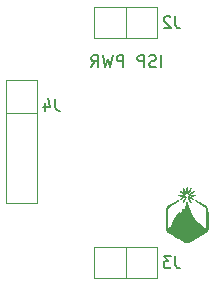
<source format=gbr>
%TF.GenerationSoftware,KiCad,Pcbnew,(5.1.8)-1*%
%TF.CreationDate,2021-11-16T13:30:18-08:00*%
%TF.ProjectId,ISPwPower,49535077-506f-4776-9572-2e6b69636164,rev?*%
%TF.SameCoordinates,Original*%
%TF.FileFunction,Legend,Bot*%
%TF.FilePolarity,Positive*%
%FSLAX46Y46*%
G04 Gerber Fmt 4.6, Leading zero omitted, Abs format (unit mm)*
G04 Created by KiCad (PCBNEW (5.1.8)-1) date 2021-11-16 13:30:18*
%MOMM*%
%LPD*%
G01*
G04 APERTURE LIST*
%ADD10C,0.150000*%
%ADD11C,0.010000*%
%ADD12C,0.120000*%
G04 APERTURE END LIST*
D10*
X161678571Y-93924380D02*
X161678571Y-92924380D01*
X161250000Y-93876761D02*
X161107142Y-93924380D01*
X160869047Y-93924380D01*
X160773809Y-93876761D01*
X160726190Y-93829142D01*
X160678571Y-93733904D01*
X160678571Y-93638666D01*
X160726190Y-93543428D01*
X160773809Y-93495809D01*
X160869047Y-93448190D01*
X161059523Y-93400571D01*
X161154761Y-93352952D01*
X161202380Y-93305333D01*
X161250000Y-93210095D01*
X161250000Y-93114857D01*
X161202380Y-93019619D01*
X161154761Y-92972000D01*
X161059523Y-92924380D01*
X160821428Y-92924380D01*
X160678571Y-92972000D01*
X160250000Y-93924380D02*
X160250000Y-92924380D01*
X159869047Y-92924380D01*
X159773809Y-92972000D01*
X159726190Y-93019619D01*
X159678571Y-93114857D01*
X159678571Y-93257714D01*
X159726190Y-93352952D01*
X159773809Y-93400571D01*
X159869047Y-93448190D01*
X160250000Y-93448190D01*
X158488095Y-93924380D02*
X158488095Y-92924380D01*
X158107142Y-92924380D01*
X158011904Y-92972000D01*
X157964285Y-93019619D01*
X157916666Y-93114857D01*
X157916666Y-93257714D01*
X157964285Y-93352952D01*
X158011904Y-93400571D01*
X158107142Y-93448190D01*
X158488095Y-93448190D01*
X157583333Y-92924380D02*
X157345238Y-93924380D01*
X157154761Y-93210095D01*
X156964285Y-93924380D01*
X156726190Y-92924380D01*
X155773809Y-93924380D02*
X156107142Y-93448190D01*
X156345238Y-93924380D02*
X156345238Y-92924380D01*
X155964285Y-92924380D01*
X155869047Y-92972000D01*
X155821428Y-93019619D01*
X155773809Y-93114857D01*
X155773809Y-93257714D01*
X155821428Y-93352952D01*
X155869047Y-93400571D01*
X155964285Y-93448190D01*
X156345238Y-93448190D01*
D11*
%TO.C,G\u002A\u002A\u002A*%
G36*
X163837022Y-104092940D02*
G01*
X163830334Y-104121859D01*
X163822421Y-104164408D01*
X163815464Y-104207749D01*
X163807081Y-104267973D01*
X163802941Y-104314388D01*
X163802965Y-104355870D01*
X163807076Y-104401296D01*
X163813387Y-104447318D01*
X163822498Y-104508880D01*
X163829019Y-104550666D01*
X163833695Y-104575746D01*
X163837270Y-104587192D01*
X163840491Y-104588075D01*
X163844102Y-104581468D01*
X163845270Y-104578727D01*
X163849818Y-104560332D01*
X163856131Y-104524893D01*
X163863219Y-104478288D01*
X163867513Y-104446792D01*
X163874258Y-104386716D01*
X163876636Y-104336404D01*
X163874567Y-104285896D01*
X163867973Y-104225228D01*
X163865597Y-104207223D01*
X163858177Y-104156806D01*
X163851017Y-104116129D01*
X163845012Y-104089839D01*
X163841526Y-104082272D01*
X163837022Y-104092940D01*
G37*
X163837022Y-104092940D02*
X163830334Y-104121859D01*
X163822421Y-104164408D01*
X163815464Y-104207749D01*
X163807081Y-104267973D01*
X163802941Y-104314388D01*
X163802965Y-104355870D01*
X163807076Y-104401296D01*
X163813387Y-104447318D01*
X163822498Y-104508880D01*
X163829019Y-104550666D01*
X163833695Y-104575746D01*
X163837270Y-104587192D01*
X163840491Y-104588075D01*
X163844102Y-104581468D01*
X163845270Y-104578727D01*
X163849818Y-104560332D01*
X163856131Y-104524893D01*
X163863219Y-104478288D01*
X163867513Y-104446792D01*
X163874258Y-104386716D01*
X163876636Y-104336404D01*
X163874567Y-104285896D01*
X163867973Y-104225228D01*
X163865597Y-104207223D01*
X163858177Y-104156806D01*
X163851017Y-104116129D01*
X163845012Y-104089839D01*
X163841526Y-104082272D01*
X163837022Y-104092940D01*
G36*
X163501644Y-104189879D02*
G01*
X163510557Y-104218918D01*
X163525084Y-104260167D01*
X163540173Y-104300002D01*
X163571571Y-104373140D01*
X163605737Y-104434929D01*
X163649223Y-104496799D01*
X163663576Y-104515206D01*
X163695435Y-104554983D01*
X163721737Y-104587019D01*
X163739400Y-104607612D01*
X163745272Y-104613363D01*
X163748541Y-104604163D01*
X163748596Y-104598931D01*
X163744220Y-104582575D01*
X163732921Y-104550273D01*
X163716638Y-104507401D01*
X163705036Y-104478231D01*
X163664604Y-104392488D01*
X163613261Y-104311537D01*
X163583615Y-104272155D01*
X163551659Y-104232518D01*
X163524974Y-104201334D01*
X163506626Y-104182064D01*
X163499863Y-104177651D01*
X163501644Y-104189879D01*
G37*
X163501644Y-104189879D02*
X163510557Y-104218918D01*
X163525084Y-104260167D01*
X163540173Y-104300002D01*
X163571571Y-104373140D01*
X163605737Y-104434929D01*
X163649223Y-104496799D01*
X163663576Y-104515206D01*
X163695435Y-104554983D01*
X163721737Y-104587019D01*
X163739400Y-104607612D01*
X163745272Y-104613363D01*
X163748541Y-104604163D01*
X163748596Y-104598931D01*
X163744220Y-104582575D01*
X163732921Y-104550273D01*
X163716638Y-104507401D01*
X163705036Y-104478231D01*
X163664604Y-104392488D01*
X163613261Y-104311537D01*
X163583615Y-104272155D01*
X163551659Y-104232518D01*
X163524974Y-104201334D01*
X163506626Y-104182064D01*
X163499863Y-104177651D01*
X163501644Y-104189879D01*
G36*
X164172976Y-104176549D02*
G01*
X164161812Y-104189149D01*
X164148574Y-104206297D01*
X164125283Y-104236419D01*
X164096024Y-104274231D01*
X164082063Y-104292265D01*
X164049026Y-104338309D01*
X164018867Y-104386232D01*
X163996820Y-104427546D01*
X163992585Y-104437345D01*
X163973564Y-104485262D01*
X163953339Y-104536202D01*
X163945623Y-104555636D01*
X163934491Y-104587397D01*
X163929979Y-104608364D01*
X163931612Y-104613363D01*
X163941837Y-104604771D01*
X163962809Y-104581457D01*
X163991342Y-104547112D01*
X164020147Y-104510735D01*
X164069810Y-104441916D01*
X164107721Y-104376739D01*
X164140104Y-104304347D01*
X164143736Y-104295116D01*
X164165792Y-104235632D01*
X164178052Y-104195840D01*
X164180464Y-104176044D01*
X164172976Y-104176549D01*
G37*
X164172976Y-104176549D02*
X164161812Y-104189149D01*
X164148574Y-104206297D01*
X164125283Y-104236419D01*
X164096024Y-104274231D01*
X164082063Y-104292265D01*
X164049026Y-104338309D01*
X164018867Y-104386232D01*
X163996820Y-104427546D01*
X163992585Y-104437345D01*
X163973564Y-104485262D01*
X163953339Y-104536202D01*
X163945623Y-104555636D01*
X163934491Y-104587397D01*
X163929979Y-104608364D01*
X163931612Y-104613363D01*
X163941837Y-104604771D01*
X163962809Y-104581457D01*
X163991342Y-104547112D01*
X164020147Y-104510735D01*
X164069810Y-104441916D01*
X164107721Y-104376739D01*
X164140104Y-104304347D01*
X164143736Y-104295116D01*
X164165792Y-104235632D01*
X164178052Y-104195840D01*
X164180464Y-104176044D01*
X164172976Y-104176549D01*
G36*
X163256552Y-104435139D02*
G01*
X163273249Y-104452823D01*
X163302635Y-104478952D01*
X163339908Y-104509274D01*
X163378883Y-104539117D01*
X163414051Y-104563677D01*
X163449834Y-104585265D01*
X163490659Y-104606194D01*
X163540947Y-104628775D01*
X163605125Y-104655320D01*
X163665477Y-104679396D01*
X163678486Y-104678906D01*
X163679884Y-104675212D01*
X163671350Y-104664377D01*
X163648316Y-104642910D01*
X163614607Y-104614231D01*
X163585506Y-104590748D01*
X163501512Y-104531556D01*
X163413974Y-104485758D01*
X163382383Y-104472407D01*
X163334646Y-104453888D01*
X163293638Y-104439250D01*
X163264873Y-104430393D01*
X163255412Y-104428636D01*
X163256552Y-104435139D01*
G37*
X163256552Y-104435139D02*
X163273249Y-104452823D01*
X163302635Y-104478952D01*
X163339908Y-104509274D01*
X163378883Y-104539117D01*
X163414051Y-104563677D01*
X163449834Y-104585265D01*
X163490659Y-104606194D01*
X163540947Y-104628775D01*
X163605125Y-104655320D01*
X163665477Y-104679396D01*
X163678486Y-104678906D01*
X163679884Y-104675212D01*
X163671350Y-104664377D01*
X163648316Y-104642910D01*
X163614607Y-104614231D01*
X163585506Y-104590748D01*
X163501512Y-104531556D01*
X163413974Y-104485758D01*
X163382383Y-104472407D01*
X163334646Y-104453888D01*
X163293638Y-104439250D01*
X163264873Y-104430393D01*
X163255412Y-104428636D01*
X163256552Y-104435139D01*
G36*
X164420469Y-104428284D02*
G01*
X164393606Y-104436152D01*
X164354002Y-104450390D01*
X164311031Y-104467472D01*
X164220959Y-104509510D01*
X164141004Y-104558446D01*
X164091667Y-104594897D01*
X164040768Y-104634972D01*
X164008033Y-104662276D01*
X163994013Y-104677503D01*
X163999259Y-104681347D01*
X164024322Y-104674505D01*
X164069753Y-104657670D01*
X164124409Y-104636176D01*
X164200593Y-104602592D01*
X164265665Y-104565223D01*
X164331406Y-104517254D01*
X164335113Y-104514302D01*
X164374318Y-104482086D01*
X164405688Y-104454607D01*
X164425443Y-104435283D01*
X164430363Y-104428179D01*
X164420469Y-104428284D01*
G37*
X164420469Y-104428284D02*
X164393606Y-104436152D01*
X164354002Y-104450390D01*
X164311031Y-104467472D01*
X164220959Y-104509510D01*
X164141004Y-104558446D01*
X164091667Y-104594897D01*
X164040768Y-104634972D01*
X164008033Y-104662276D01*
X163994013Y-104677503D01*
X163999259Y-104681347D01*
X164024322Y-104674505D01*
X164069753Y-104657670D01*
X164124409Y-104636176D01*
X164200593Y-104602592D01*
X164265665Y-104565223D01*
X164331406Y-104517254D01*
X164335113Y-104514302D01*
X164374318Y-104482086D01*
X164405688Y-104454607D01*
X164425443Y-104435283D01*
X164430363Y-104428179D01*
X164420469Y-104428284D01*
G36*
X163355136Y-104734215D02*
G01*
X163297711Y-104741077D01*
X163270732Y-104745015D01*
X163219601Y-104752980D01*
X163177672Y-104760037D01*
X163149734Y-104765346D01*
X163140567Y-104767857D01*
X163148902Y-104771349D01*
X163175035Y-104776781D01*
X163213826Y-104783406D01*
X163260138Y-104790482D01*
X163308833Y-104797263D01*
X163354774Y-104803006D01*
X163392821Y-104806967D01*
X163417838Y-104808401D01*
X163420136Y-104808352D01*
X163451704Y-104805707D01*
X163493931Y-104800522D01*
X163518272Y-104796948D01*
X163578228Y-104787401D01*
X163618283Y-104780508D01*
X163641364Y-104775448D01*
X163650398Y-104771399D01*
X163648312Y-104767538D01*
X163638440Y-104763199D01*
X163616637Y-104757712D01*
X163578477Y-104750720D01*
X163530540Y-104743372D01*
X163505667Y-104740015D01*
X163449891Y-104733880D01*
X163402788Y-104731881D01*
X163355136Y-104734215D01*
G37*
X163355136Y-104734215D02*
X163297711Y-104741077D01*
X163270732Y-104745015D01*
X163219601Y-104752980D01*
X163177672Y-104760037D01*
X163149734Y-104765346D01*
X163140567Y-104767857D01*
X163148902Y-104771349D01*
X163175035Y-104776781D01*
X163213826Y-104783406D01*
X163260138Y-104790482D01*
X163308833Y-104797263D01*
X163354774Y-104803006D01*
X163392821Y-104806967D01*
X163417838Y-104808401D01*
X163420136Y-104808352D01*
X163451704Y-104805707D01*
X163493931Y-104800522D01*
X163518272Y-104796948D01*
X163578228Y-104787401D01*
X163618283Y-104780508D01*
X163641364Y-104775448D01*
X163650398Y-104771399D01*
X163648312Y-104767538D01*
X163638440Y-104763199D01*
X163616637Y-104757712D01*
X163578477Y-104750720D01*
X163530540Y-104743372D01*
X163505667Y-104740015D01*
X163449891Y-104733880D01*
X163402788Y-104731881D01*
X163355136Y-104734215D01*
G36*
X164216968Y-104734773D02*
G01*
X164173120Y-104740181D01*
X164123485Y-104747560D01*
X164080552Y-104755020D01*
X164050939Y-104761368D01*
X164043722Y-104763543D01*
X164031736Y-104769888D01*
X164038367Y-104774705D01*
X164060909Y-104779282D01*
X164095347Y-104785161D01*
X164140356Y-104792858D01*
X164169825Y-104797902D01*
X164216309Y-104804718D01*
X164258390Y-104807591D01*
X164302855Y-104806333D01*
X164356487Y-104800760D01*
X164424591Y-104790914D01*
X164471844Y-104783375D01*
X164510651Y-104776779D01*
X164535167Y-104772139D01*
X164540045Y-104770936D01*
X164533980Y-104767851D01*
X164509001Y-104762276D01*
X164469055Y-104754989D01*
X164418087Y-104746768D01*
X164415444Y-104746365D01*
X164351749Y-104737341D01*
X164302751Y-104732536D01*
X164260479Y-104731748D01*
X164216968Y-104734773D01*
G37*
X164216968Y-104734773D02*
X164173120Y-104740181D01*
X164123485Y-104747560D01*
X164080552Y-104755020D01*
X164050939Y-104761368D01*
X164043722Y-104763543D01*
X164031736Y-104769888D01*
X164038367Y-104774705D01*
X164060909Y-104779282D01*
X164095347Y-104785161D01*
X164140356Y-104792858D01*
X164169825Y-104797902D01*
X164216309Y-104804718D01*
X164258390Y-104807591D01*
X164302855Y-104806333D01*
X164356487Y-104800760D01*
X164424591Y-104790914D01*
X164471844Y-104783375D01*
X164510651Y-104776779D01*
X164535167Y-104772139D01*
X164540045Y-104770936D01*
X164533980Y-104767851D01*
X164509001Y-104762276D01*
X164469055Y-104754989D01*
X164418087Y-104746768D01*
X164415444Y-104746365D01*
X164351749Y-104737341D01*
X164302751Y-104732536D01*
X164260479Y-104731748D01*
X164216968Y-104734773D01*
G36*
X163641784Y-104870850D02*
G01*
X163592731Y-104888610D01*
X163551067Y-104905358D01*
X163473713Y-104940484D01*
X163408287Y-104978260D01*
X163343925Y-105025069D01*
X163334583Y-105032543D01*
X163295147Y-105065750D01*
X163268848Y-105090795D01*
X163257672Y-105105640D01*
X163260232Y-105108862D01*
X163279679Y-105104175D01*
X163314540Y-105092349D01*
X163359042Y-105075428D01*
X163387516Y-105063867D01*
X163479593Y-105017776D01*
X163575532Y-104955523D01*
X163668633Y-104881479D01*
X163673366Y-104877304D01*
X163682707Y-104865058D01*
X163671978Y-104862953D01*
X163641784Y-104870850D01*
G37*
X163641784Y-104870850D02*
X163592731Y-104888610D01*
X163551067Y-104905358D01*
X163473713Y-104940484D01*
X163408287Y-104978260D01*
X163343925Y-105025069D01*
X163334583Y-105032543D01*
X163295147Y-105065750D01*
X163268848Y-105090795D01*
X163257672Y-105105640D01*
X163260232Y-105108862D01*
X163279679Y-105104175D01*
X163314540Y-105092349D01*
X163359042Y-105075428D01*
X163387516Y-105063867D01*
X163479593Y-105017776D01*
X163575532Y-104955523D01*
X163668633Y-104881479D01*
X163673366Y-104877304D01*
X163682707Y-104865058D01*
X163671978Y-104862953D01*
X163641784Y-104870850D01*
G36*
X164004270Y-104866793D02*
G01*
X164023715Y-104885873D01*
X164055043Y-104913116D01*
X164090755Y-104942186D01*
X164163323Y-104995223D01*
X164233315Y-105035816D01*
X164300584Y-105065997D01*
X164347685Y-105084406D01*
X164387370Y-105098905D01*
X164414412Y-105107641D01*
X164422806Y-105109348D01*
X164422992Y-105102582D01*
X164408579Y-105085873D01*
X164395727Y-105074112D01*
X164326545Y-105017254D01*
X164265161Y-104973513D01*
X164204459Y-104938377D01*
X164137320Y-104907335D01*
X164123780Y-104901743D01*
X164076147Y-104883027D01*
X164036296Y-104868608D01*
X164009112Y-104860181D01*
X163999924Y-104858828D01*
X164004270Y-104866793D01*
G37*
X164004270Y-104866793D02*
X164023715Y-104885873D01*
X164055043Y-104913116D01*
X164090755Y-104942186D01*
X164163323Y-104995223D01*
X164233315Y-105035816D01*
X164300584Y-105065997D01*
X164347685Y-105084406D01*
X164387370Y-105098905D01*
X164414412Y-105107641D01*
X164422806Y-105109348D01*
X164422992Y-105102582D01*
X164408579Y-105085873D01*
X164395727Y-105074112D01*
X164326545Y-105017254D01*
X164265161Y-104973513D01*
X164204459Y-104938377D01*
X164137320Y-104907335D01*
X164123780Y-104901743D01*
X164076147Y-104883027D01*
X164036296Y-104868608D01*
X164009112Y-104860181D01*
X163999924Y-104858828D01*
X164004270Y-104866793D01*
G36*
X163738409Y-104938296D02*
G01*
X163719254Y-104957370D01*
X163692007Y-104988410D01*
X163663539Y-105023294D01*
X163616947Y-105086036D01*
X163581605Y-105144456D01*
X163551305Y-105209347D01*
X163539300Y-105239290D01*
X163521428Y-105286861D01*
X163507845Y-105325912D01*
X163500083Y-105351837D01*
X163499104Y-105360043D01*
X163507683Y-105353505D01*
X163527352Y-105332138D01*
X163555083Y-105299384D01*
X163584207Y-105263297D01*
X163635171Y-105193894D01*
X163673900Y-105128204D01*
X163706472Y-105055876D01*
X163707367Y-105053622D01*
X163725082Y-105006979D01*
X163738445Y-104968071D01*
X163745778Y-104942019D01*
X163746503Y-104934372D01*
X163738409Y-104938296D01*
G37*
X163738409Y-104938296D02*
X163719254Y-104957370D01*
X163692007Y-104988410D01*
X163663539Y-105023294D01*
X163616947Y-105086036D01*
X163581605Y-105144456D01*
X163551305Y-105209347D01*
X163539300Y-105239290D01*
X163521428Y-105286861D01*
X163507845Y-105325912D01*
X163500083Y-105351837D01*
X163499104Y-105360043D01*
X163507683Y-105353505D01*
X163527352Y-105332138D01*
X163555083Y-105299384D01*
X163584207Y-105263297D01*
X163635171Y-105193894D01*
X163673900Y-105128204D01*
X163706472Y-105055876D01*
X163707367Y-105053622D01*
X163725082Y-105006979D01*
X163738445Y-104968071D01*
X163745778Y-104942019D01*
X163746503Y-104934372D01*
X163738409Y-104938296D01*
G36*
X163930480Y-104934268D02*
G01*
X163936348Y-104957305D01*
X163945212Y-104981775D01*
X163964070Y-105029308D01*
X163984626Y-105081168D01*
X163992544Y-105101159D01*
X164023021Y-105161773D01*
X164070302Y-105231245D01*
X164135586Y-105311307D01*
X164146275Y-105323511D01*
X164168742Y-105347473D01*
X164183720Y-105360600D01*
X164187428Y-105361163D01*
X164183587Y-105347605D01*
X164172815Y-105317418D01*
X164156866Y-105275367D01*
X164141462Y-105236153D01*
X164108651Y-105161592D01*
X164072882Y-105098621D01*
X164027640Y-105036014D01*
X164019034Y-105025216D01*
X163986619Y-104985795D01*
X163958929Y-104953658D01*
X163939466Y-104932780D01*
X163932466Y-104926934D01*
X163930480Y-104934268D01*
G37*
X163930480Y-104934268D02*
X163936348Y-104957305D01*
X163945212Y-104981775D01*
X163964070Y-105029308D01*
X163984626Y-105081168D01*
X163992544Y-105101159D01*
X164023021Y-105161773D01*
X164070302Y-105231245D01*
X164135586Y-105311307D01*
X164146275Y-105323511D01*
X164168742Y-105347473D01*
X164183720Y-105360600D01*
X164187428Y-105361163D01*
X164183587Y-105347605D01*
X164172815Y-105317418D01*
X164156866Y-105275367D01*
X164141462Y-105236153D01*
X164108651Y-105161592D01*
X164072882Y-105098621D01*
X164027640Y-105036014D01*
X164019034Y-105025216D01*
X163986619Y-104985795D01*
X163958929Y-104953658D01*
X163939466Y-104932780D01*
X163932466Y-104926934D01*
X163930480Y-104934268D01*
G36*
X164592353Y-105210123D02*
G01*
X164592350Y-105210840D01*
X164601876Y-105222149D01*
X164628237Y-105243988D01*
X164668767Y-105274518D01*
X164720803Y-105311901D01*
X164781678Y-105354301D01*
X164848729Y-105399878D01*
X164919289Y-105446796D01*
X164990695Y-105493216D01*
X165060280Y-105537300D01*
X165111171Y-105568635D01*
X165199246Y-105622839D01*
X165269623Y-105668258D01*
X165324933Y-105707053D01*
X165367809Y-105741387D01*
X165400884Y-105773423D01*
X165426790Y-105805322D01*
X165448158Y-105839248D01*
X165454244Y-105850461D01*
X165486772Y-105912227D01*
X165486058Y-106737727D01*
X165485825Y-106874528D01*
X165485380Y-107005148D01*
X165484744Y-107127661D01*
X165483937Y-107240142D01*
X165482979Y-107340664D01*
X165481892Y-107427302D01*
X165480694Y-107498131D01*
X165479408Y-107551225D01*
X165478052Y-107584658D01*
X165476958Y-107595857D01*
X165468572Y-107628487D01*
X165425718Y-107603232D01*
X165377411Y-107571959D01*
X165316817Y-107528450D01*
X165248464Y-107476294D01*
X165176881Y-107419079D01*
X165106596Y-107360394D01*
X165042138Y-107303827D01*
X165007636Y-107271916D01*
X164954889Y-107222957D01*
X164914681Y-107188480D01*
X164883799Y-107166085D01*
X164859031Y-107153367D01*
X164842988Y-107148820D01*
X164819364Y-107141699D01*
X164796087Y-107127395D01*
X164768804Y-107102378D01*
X164733161Y-107063114D01*
X164723406Y-107051794D01*
X164546148Y-106828588D01*
X164382030Y-106589106D01*
X164233614Y-106337596D01*
X164103461Y-106078305D01*
X164022478Y-105889136D01*
X163991876Y-105809033D01*
X163961347Y-105723675D01*
X163932524Y-105638109D01*
X163907039Y-105557380D01*
X163886525Y-105486532D01*
X163872613Y-105430611D01*
X163870114Y-105418259D01*
X163859451Y-105386295D01*
X163843261Y-105362124D01*
X163825775Y-105349549D01*
X163811223Y-105352374D01*
X163806319Y-105360896D01*
X163802331Y-105376886D01*
X163794304Y-105412576D01*
X163782867Y-105465052D01*
X163768647Y-105531399D01*
X163752270Y-105608703D01*
X163734365Y-105694049D01*
X163725752Y-105735376D01*
X163707501Y-105822091D01*
X163690501Y-105900875D01*
X163675361Y-105969060D01*
X163662689Y-106023978D01*
X163653095Y-106062964D01*
X163647187Y-106083349D01*
X163645790Y-106085724D01*
X163638915Y-106073738D01*
X163626779Y-106045899D01*
X163611932Y-106008080D01*
X163611035Y-106005688D01*
X163594875Y-105965206D01*
X163581980Y-105942147D01*
X163568821Y-105931867D01*
X163553308Y-105929703D01*
X163519616Y-105931697D01*
X163495793Y-105939974D01*
X163477681Y-105958623D01*
X163461121Y-105991732D01*
X163444217Y-106036962D01*
X163430007Y-106071147D01*
X163408653Y-106115180D01*
X163382528Y-106164938D01*
X163354007Y-106216294D01*
X163325461Y-106265125D01*
X163299263Y-106307306D01*
X163277788Y-106338712D01*
X163263407Y-106355218D01*
X163260249Y-106356727D01*
X163254126Y-106346820D01*
X163242750Y-106320942D01*
X163229636Y-106287454D01*
X163215108Y-106251809D01*
X163202628Y-106226806D01*
X163195381Y-106218181D01*
X163179060Y-106227860D01*
X163160227Y-106252109D01*
X163144113Y-106283743D01*
X163140711Y-106293227D01*
X163131596Y-106313895D01*
X163116591Y-106326125D01*
X163088914Y-106334020D01*
X163067045Y-106337810D01*
X163030798Y-106345592D01*
X163004461Y-106354967D01*
X162996220Y-106360901D01*
X162989034Y-106376931D01*
X162976431Y-106409376D01*
X162960477Y-106452807D01*
X162950038Y-106482218D01*
X162928312Y-106539766D01*
X162906756Y-106583932D01*
X162880097Y-106623773D01*
X162843067Y-106668350D01*
X162839210Y-106672718D01*
X162791013Y-106728546D01*
X162749529Y-106780551D01*
X162713379Y-106831666D01*
X162681187Y-106884825D01*
X162651577Y-106942958D01*
X162623172Y-107009000D01*
X162594594Y-107085883D01*
X162564467Y-107176538D01*
X162531414Y-107283899D01*
X162496357Y-107402980D01*
X162484174Y-107413838D01*
X162456915Y-107427845D01*
X162433988Y-107436993D01*
X162394976Y-107455076D01*
X162358460Y-107482160D01*
X162317805Y-107523311D01*
X162311079Y-107530852D01*
X162280573Y-107564127D01*
X162255276Y-107589412D01*
X162239357Y-107602621D01*
X162236800Y-107603636D01*
X162230571Y-107600005D01*
X162225101Y-107588215D01*
X162220335Y-107566920D01*
X162216217Y-107534774D01*
X162212693Y-107490432D01*
X162209706Y-107432546D01*
X162207200Y-107359771D01*
X162205121Y-107270761D01*
X162203413Y-107164170D01*
X162202019Y-107038652D01*
X162200886Y-106892861D01*
X162199957Y-106725451D01*
X162199878Y-106708696D01*
X162196318Y-105934983D01*
X162233164Y-105860105D01*
X162257741Y-105816162D01*
X162285492Y-105775427D01*
X162308210Y-105749024D01*
X162329464Y-105732207D01*
X162366975Y-105705950D01*
X162417156Y-105672621D01*
X162476420Y-105634590D01*
X162541182Y-105594226D01*
X162560000Y-105582713D01*
X162625447Y-105542053D01*
X162695013Y-105497449D01*
X162766022Y-105450758D01*
X162835799Y-105403840D01*
X162901666Y-105358550D01*
X162960950Y-105316748D01*
X163010973Y-105280290D01*
X163049060Y-105251035D01*
X163072535Y-105230840D01*
X163079002Y-105222386D01*
X163070758Y-105213964D01*
X163068121Y-105213727D01*
X163050074Y-105219031D01*
X163014774Y-105233939D01*
X162965207Y-105256942D01*
X162904361Y-105286532D01*
X162835225Y-105321202D01*
X162760785Y-105359444D01*
X162684030Y-105399750D01*
X162607947Y-105440611D01*
X162535524Y-105480520D01*
X162501632Y-105499639D01*
X162418033Y-105547930D01*
X162352132Y-105587750D01*
X162301020Y-105621046D01*
X162261788Y-105649763D01*
X162231527Y-105675848D01*
X162218035Y-105689373D01*
X162153190Y-105774208D01*
X162109000Y-105869264D01*
X162087627Y-105959902D01*
X162085346Y-105987242D01*
X162083162Y-106034727D01*
X162081091Y-106099947D01*
X162079150Y-106180493D01*
X162077355Y-106273954D01*
X162075722Y-106377919D01*
X162074268Y-106489980D01*
X162073009Y-106607725D01*
X162071961Y-106728744D01*
X162071141Y-106850628D01*
X162070565Y-106970967D01*
X162070249Y-107087349D01*
X162070210Y-107197366D01*
X162070465Y-107298606D01*
X162071029Y-107388660D01*
X162071919Y-107465118D01*
X162073151Y-107525569D01*
X162074742Y-107567604D01*
X162076575Y-107588149D01*
X162104061Y-107678850D01*
X162150408Y-107766683D01*
X162211765Y-107844594D01*
X162222389Y-107855345D01*
X162239495Y-107870874D01*
X162261660Y-107888530D01*
X162290389Y-107909242D01*
X162327188Y-107933939D01*
X162373561Y-107963550D01*
X162431012Y-107999002D01*
X162501047Y-108041226D01*
X162585169Y-108091150D01*
X162684885Y-108149702D01*
X162801698Y-108217812D01*
X162934639Y-108294975D01*
X163048299Y-108360724D01*
X163157574Y-108423716D01*
X163260574Y-108482873D01*
X163355409Y-108537122D01*
X163440189Y-108585387D01*
X163513024Y-108626592D01*
X163572024Y-108659662D01*
X163615298Y-108683522D01*
X163640957Y-108697096D01*
X163644263Y-108698694D01*
X163703030Y-108717964D01*
X163775652Y-108730043D01*
X163853928Y-108734568D01*
X163929655Y-108731178D01*
X163994631Y-108719509D01*
X164009463Y-108714822D01*
X164030605Y-108705068D01*
X164069549Y-108684818D01*
X164124174Y-108655253D01*
X164192363Y-108617558D01*
X164271997Y-108572914D01*
X164360957Y-108522504D01*
X164457125Y-108467512D01*
X164558382Y-108409119D01*
X164592508Y-108389331D01*
X164747141Y-108299557D01*
X164883140Y-108220533D01*
X165001806Y-108151355D01*
X165104438Y-108091118D01*
X165192337Y-108038917D01*
X165266802Y-107993849D01*
X165329134Y-107955007D01*
X165380633Y-107921488D01*
X165422599Y-107892387D01*
X165456332Y-107866799D01*
X165483132Y-107843820D01*
X165504300Y-107822545D01*
X165521134Y-107802069D01*
X165534936Y-107781489D01*
X165547005Y-107759899D01*
X165558642Y-107736394D01*
X165571147Y-107710070D01*
X165572353Y-107707545D01*
X165613772Y-107620954D01*
X165612298Y-106795454D01*
X165611976Y-106636036D01*
X165611593Y-106497995D01*
X165611105Y-106379619D01*
X165610472Y-106279194D01*
X165609652Y-106195006D01*
X165608602Y-106125342D01*
X165607280Y-106068489D01*
X165605645Y-106022734D01*
X165603654Y-105986363D01*
X165601266Y-105957664D01*
X165598439Y-105934921D01*
X165595130Y-105916423D01*
X165591298Y-105900456D01*
X165590292Y-105896798D01*
X165559842Y-105817890D01*
X165515465Y-105741730D01*
X165462307Y-105676416D01*
X165433529Y-105649939D01*
X165415089Y-105637668D01*
X165379733Y-105616635D01*
X165330141Y-105588284D01*
X165268995Y-105554058D01*
X165198976Y-105515398D01*
X165122766Y-105473747D01*
X165043047Y-105430548D01*
X164962499Y-105387244D01*
X164883805Y-105345276D01*
X164809646Y-105306088D01*
X164742703Y-105271122D01*
X164685657Y-105241820D01*
X164641191Y-105219625D01*
X164611986Y-105205980D01*
X164601215Y-105202181D01*
X164592353Y-105210123D01*
G37*
X164592353Y-105210123D02*
X164592350Y-105210840D01*
X164601876Y-105222149D01*
X164628237Y-105243988D01*
X164668767Y-105274518D01*
X164720803Y-105311901D01*
X164781678Y-105354301D01*
X164848729Y-105399878D01*
X164919289Y-105446796D01*
X164990695Y-105493216D01*
X165060280Y-105537300D01*
X165111171Y-105568635D01*
X165199246Y-105622839D01*
X165269623Y-105668258D01*
X165324933Y-105707053D01*
X165367809Y-105741387D01*
X165400884Y-105773423D01*
X165426790Y-105805322D01*
X165448158Y-105839248D01*
X165454244Y-105850461D01*
X165486772Y-105912227D01*
X165486058Y-106737727D01*
X165485825Y-106874528D01*
X165485380Y-107005148D01*
X165484744Y-107127661D01*
X165483937Y-107240142D01*
X165482979Y-107340664D01*
X165481892Y-107427302D01*
X165480694Y-107498131D01*
X165479408Y-107551225D01*
X165478052Y-107584658D01*
X165476958Y-107595857D01*
X165468572Y-107628487D01*
X165425718Y-107603232D01*
X165377411Y-107571959D01*
X165316817Y-107528450D01*
X165248464Y-107476294D01*
X165176881Y-107419079D01*
X165106596Y-107360394D01*
X165042138Y-107303827D01*
X165007636Y-107271916D01*
X164954889Y-107222957D01*
X164914681Y-107188480D01*
X164883799Y-107166085D01*
X164859031Y-107153367D01*
X164842988Y-107148820D01*
X164819364Y-107141699D01*
X164796087Y-107127395D01*
X164768804Y-107102378D01*
X164733161Y-107063114D01*
X164723406Y-107051794D01*
X164546148Y-106828588D01*
X164382030Y-106589106D01*
X164233614Y-106337596D01*
X164103461Y-106078305D01*
X164022478Y-105889136D01*
X163991876Y-105809033D01*
X163961347Y-105723675D01*
X163932524Y-105638109D01*
X163907039Y-105557380D01*
X163886525Y-105486532D01*
X163872613Y-105430611D01*
X163870114Y-105418259D01*
X163859451Y-105386295D01*
X163843261Y-105362124D01*
X163825775Y-105349549D01*
X163811223Y-105352374D01*
X163806319Y-105360896D01*
X163802331Y-105376886D01*
X163794304Y-105412576D01*
X163782867Y-105465052D01*
X163768647Y-105531399D01*
X163752270Y-105608703D01*
X163734365Y-105694049D01*
X163725752Y-105735376D01*
X163707501Y-105822091D01*
X163690501Y-105900875D01*
X163675361Y-105969060D01*
X163662689Y-106023978D01*
X163653095Y-106062964D01*
X163647187Y-106083349D01*
X163645790Y-106085724D01*
X163638915Y-106073738D01*
X163626779Y-106045899D01*
X163611932Y-106008080D01*
X163611035Y-106005688D01*
X163594875Y-105965206D01*
X163581980Y-105942147D01*
X163568821Y-105931867D01*
X163553308Y-105929703D01*
X163519616Y-105931697D01*
X163495793Y-105939974D01*
X163477681Y-105958623D01*
X163461121Y-105991732D01*
X163444217Y-106036962D01*
X163430007Y-106071147D01*
X163408653Y-106115180D01*
X163382528Y-106164938D01*
X163354007Y-106216294D01*
X163325461Y-106265125D01*
X163299263Y-106307306D01*
X163277788Y-106338712D01*
X163263407Y-106355218D01*
X163260249Y-106356727D01*
X163254126Y-106346820D01*
X163242750Y-106320942D01*
X163229636Y-106287454D01*
X163215108Y-106251809D01*
X163202628Y-106226806D01*
X163195381Y-106218181D01*
X163179060Y-106227860D01*
X163160227Y-106252109D01*
X163144113Y-106283743D01*
X163140711Y-106293227D01*
X163131596Y-106313895D01*
X163116591Y-106326125D01*
X163088914Y-106334020D01*
X163067045Y-106337810D01*
X163030798Y-106345592D01*
X163004461Y-106354967D01*
X162996220Y-106360901D01*
X162989034Y-106376931D01*
X162976431Y-106409376D01*
X162960477Y-106452807D01*
X162950038Y-106482218D01*
X162928312Y-106539766D01*
X162906756Y-106583932D01*
X162880097Y-106623773D01*
X162843067Y-106668350D01*
X162839210Y-106672718D01*
X162791013Y-106728546D01*
X162749529Y-106780551D01*
X162713379Y-106831666D01*
X162681187Y-106884825D01*
X162651577Y-106942958D01*
X162623172Y-107009000D01*
X162594594Y-107085883D01*
X162564467Y-107176538D01*
X162531414Y-107283899D01*
X162496357Y-107402980D01*
X162484174Y-107413838D01*
X162456915Y-107427845D01*
X162433988Y-107436993D01*
X162394976Y-107455076D01*
X162358460Y-107482160D01*
X162317805Y-107523311D01*
X162311079Y-107530852D01*
X162280573Y-107564127D01*
X162255276Y-107589412D01*
X162239357Y-107602621D01*
X162236800Y-107603636D01*
X162230571Y-107600005D01*
X162225101Y-107588215D01*
X162220335Y-107566920D01*
X162216217Y-107534774D01*
X162212693Y-107490432D01*
X162209706Y-107432546D01*
X162207200Y-107359771D01*
X162205121Y-107270761D01*
X162203413Y-107164170D01*
X162202019Y-107038652D01*
X162200886Y-106892861D01*
X162199957Y-106725451D01*
X162199878Y-106708696D01*
X162196318Y-105934983D01*
X162233164Y-105860105D01*
X162257741Y-105816162D01*
X162285492Y-105775427D01*
X162308210Y-105749024D01*
X162329464Y-105732207D01*
X162366975Y-105705950D01*
X162417156Y-105672621D01*
X162476420Y-105634590D01*
X162541182Y-105594226D01*
X162560000Y-105582713D01*
X162625447Y-105542053D01*
X162695013Y-105497449D01*
X162766022Y-105450758D01*
X162835799Y-105403840D01*
X162901666Y-105358550D01*
X162960950Y-105316748D01*
X163010973Y-105280290D01*
X163049060Y-105251035D01*
X163072535Y-105230840D01*
X163079002Y-105222386D01*
X163070758Y-105213964D01*
X163068121Y-105213727D01*
X163050074Y-105219031D01*
X163014774Y-105233939D01*
X162965207Y-105256942D01*
X162904361Y-105286532D01*
X162835225Y-105321202D01*
X162760785Y-105359444D01*
X162684030Y-105399750D01*
X162607947Y-105440611D01*
X162535524Y-105480520D01*
X162501632Y-105499639D01*
X162418033Y-105547930D01*
X162352132Y-105587750D01*
X162301020Y-105621046D01*
X162261788Y-105649763D01*
X162231527Y-105675848D01*
X162218035Y-105689373D01*
X162153190Y-105774208D01*
X162109000Y-105869264D01*
X162087627Y-105959902D01*
X162085346Y-105987242D01*
X162083162Y-106034727D01*
X162081091Y-106099947D01*
X162079150Y-106180493D01*
X162077355Y-106273954D01*
X162075722Y-106377919D01*
X162074268Y-106489980D01*
X162073009Y-106607725D01*
X162071961Y-106728744D01*
X162071141Y-106850628D01*
X162070565Y-106970967D01*
X162070249Y-107087349D01*
X162070210Y-107197366D01*
X162070465Y-107298606D01*
X162071029Y-107388660D01*
X162071919Y-107465118D01*
X162073151Y-107525569D01*
X162074742Y-107567604D01*
X162076575Y-107588149D01*
X162104061Y-107678850D01*
X162150408Y-107766683D01*
X162211765Y-107844594D01*
X162222389Y-107855345D01*
X162239495Y-107870874D01*
X162261660Y-107888530D01*
X162290389Y-107909242D01*
X162327188Y-107933939D01*
X162373561Y-107963550D01*
X162431012Y-107999002D01*
X162501047Y-108041226D01*
X162585169Y-108091150D01*
X162684885Y-108149702D01*
X162801698Y-108217812D01*
X162934639Y-108294975D01*
X163048299Y-108360724D01*
X163157574Y-108423716D01*
X163260574Y-108482873D01*
X163355409Y-108537122D01*
X163440189Y-108585387D01*
X163513024Y-108626592D01*
X163572024Y-108659662D01*
X163615298Y-108683522D01*
X163640957Y-108697096D01*
X163644263Y-108698694D01*
X163703030Y-108717964D01*
X163775652Y-108730043D01*
X163853928Y-108734568D01*
X163929655Y-108731178D01*
X163994631Y-108719509D01*
X164009463Y-108714822D01*
X164030605Y-108705068D01*
X164069549Y-108684818D01*
X164124174Y-108655253D01*
X164192363Y-108617558D01*
X164271997Y-108572914D01*
X164360957Y-108522504D01*
X164457125Y-108467512D01*
X164558382Y-108409119D01*
X164592508Y-108389331D01*
X164747141Y-108299557D01*
X164883140Y-108220533D01*
X165001806Y-108151355D01*
X165104438Y-108091118D01*
X165192337Y-108038917D01*
X165266802Y-107993849D01*
X165329134Y-107955007D01*
X165380633Y-107921488D01*
X165422599Y-107892387D01*
X165456332Y-107866799D01*
X165483132Y-107843820D01*
X165504300Y-107822545D01*
X165521134Y-107802069D01*
X165534936Y-107781489D01*
X165547005Y-107759899D01*
X165558642Y-107736394D01*
X165571147Y-107710070D01*
X165572353Y-107707545D01*
X165613772Y-107620954D01*
X165612298Y-106795454D01*
X165611976Y-106636036D01*
X165611593Y-106497995D01*
X165611105Y-106379619D01*
X165610472Y-106279194D01*
X165609652Y-106195006D01*
X165608602Y-106125342D01*
X165607280Y-106068489D01*
X165605645Y-106022734D01*
X165603654Y-105986363D01*
X165601266Y-105957664D01*
X165598439Y-105934921D01*
X165595130Y-105916423D01*
X165591298Y-105900456D01*
X165590292Y-105896798D01*
X165559842Y-105817890D01*
X165515465Y-105741730D01*
X165462307Y-105676416D01*
X165433529Y-105649939D01*
X165415089Y-105637668D01*
X165379733Y-105616635D01*
X165330141Y-105588284D01*
X165268995Y-105554058D01*
X165198976Y-105515398D01*
X165122766Y-105473747D01*
X165043047Y-105430548D01*
X164962499Y-105387244D01*
X164883805Y-105345276D01*
X164809646Y-105306088D01*
X164742703Y-105271122D01*
X164685657Y-105241820D01*
X164641191Y-105219625D01*
X164611986Y-105205980D01*
X164601215Y-105202181D01*
X164592353Y-105210123D01*
D12*
%TO.C,J4*%
X151180800Y-95046800D02*
X151190000Y-97790000D01*
X148539200Y-95046800D02*
X151155400Y-95046800D01*
X148530000Y-97790000D02*
X148539200Y-95046800D01*
X148530000Y-97790000D02*
X148530000Y-105410000D01*
X151190000Y-105410000D02*
X148530000Y-105410000D01*
X151190000Y-97790000D02*
X151190000Y-105410000D01*
X151190000Y-97790000D02*
X148530000Y-97790000D01*
%TO.C,J3*%
X156032200Y-109169200D02*
X158775400Y-109169200D01*
X156032200Y-111810800D02*
X156032200Y-109169200D01*
X158750000Y-111820000D02*
X156032200Y-111810800D01*
X158750000Y-111820000D02*
X161350000Y-111820000D01*
X161350000Y-109160000D02*
X161350000Y-111820000D01*
X158750000Y-109160000D02*
X161350000Y-109160000D01*
X158750000Y-109160000D02*
X158750000Y-111820000D01*
%TO.C,J2*%
X156032200Y-88849200D02*
X158775400Y-88849200D01*
X156032200Y-91490800D02*
X156032200Y-88849200D01*
X158750000Y-91500000D02*
X156032200Y-91490800D01*
X158750000Y-91500000D02*
X161350000Y-91500000D01*
X161350000Y-88840000D02*
X161350000Y-91500000D01*
X158750000Y-88840000D02*
X161350000Y-88840000D01*
X158750000Y-88840000D02*
X158750000Y-91500000D01*
%TO.C,J4*%
D10*
X152733333Y-96607380D02*
X152733333Y-97321666D01*
X152780952Y-97464523D01*
X152876190Y-97559761D01*
X153019047Y-97607380D01*
X153114285Y-97607380D01*
X151828571Y-96940714D02*
X151828571Y-97607380D01*
X152066666Y-96559761D02*
X152304761Y-97274047D01*
X151685714Y-97274047D01*
%TO.C,J3*%
X162893333Y-109942380D02*
X162893333Y-110656666D01*
X162940952Y-110799523D01*
X163036190Y-110894761D01*
X163179047Y-110942380D01*
X163274285Y-110942380D01*
X162512380Y-109942380D02*
X161893333Y-109942380D01*
X162226666Y-110323333D01*
X162083809Y-110323333D01*
X161988571Y-110370952D01*
X161940952Y-110418571D01*
X161893333Y-110513809D01*
X161893333Y-110751904D01*
X161940952Y-110847142D01*
X161988571Y-110894761D01*
X162083809Y-110942380D01*
X162369523Y-110942380D01*
X162464761Y-110894761D01*
X162512380Y-110847142D01*
%TO.C,J2*%
X162893333Y-89622380D02*
X162893333Y-90336666D01*
X162940952Y-90479523D01*
X163036190Y-90574761D01*
X163179047Y-90622380D01*
X163274285Y-90622380D01*
X162464761Y-89717619D02*
X162417142Y-89670000D01*
X162321904Y-89622380D01*
X162083809Y-89622380D01*
X161988571Y-89670000D01*
X161940952Y-89717619D01*
X161893333Y-89812857D01*
X161893333Y-89908095D01*
X161940952Y-90050952D01*
X162512380Y-90622380D01*
X161893333Y-90622380D01*
%TD*%
M02*

</source>
